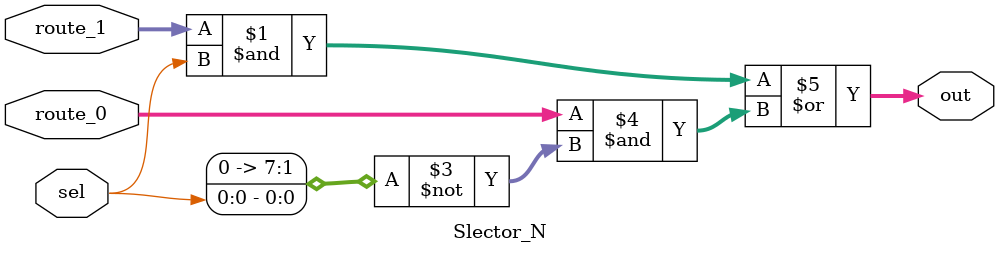
<source format=v>
module Slector_N(route_1,route_0,sel,out);
    parameter BITWIDTH=8;
    input [BITWIDTH-1:0] route_1;
    input [BITWIDTH-1:0] route_0;
    input sel;
    output [BITWIDTH-1:0] out;
    
    assign out=(route_1&sel)|(route_0&(~sel));
endmodule //Slector_N

</source>
